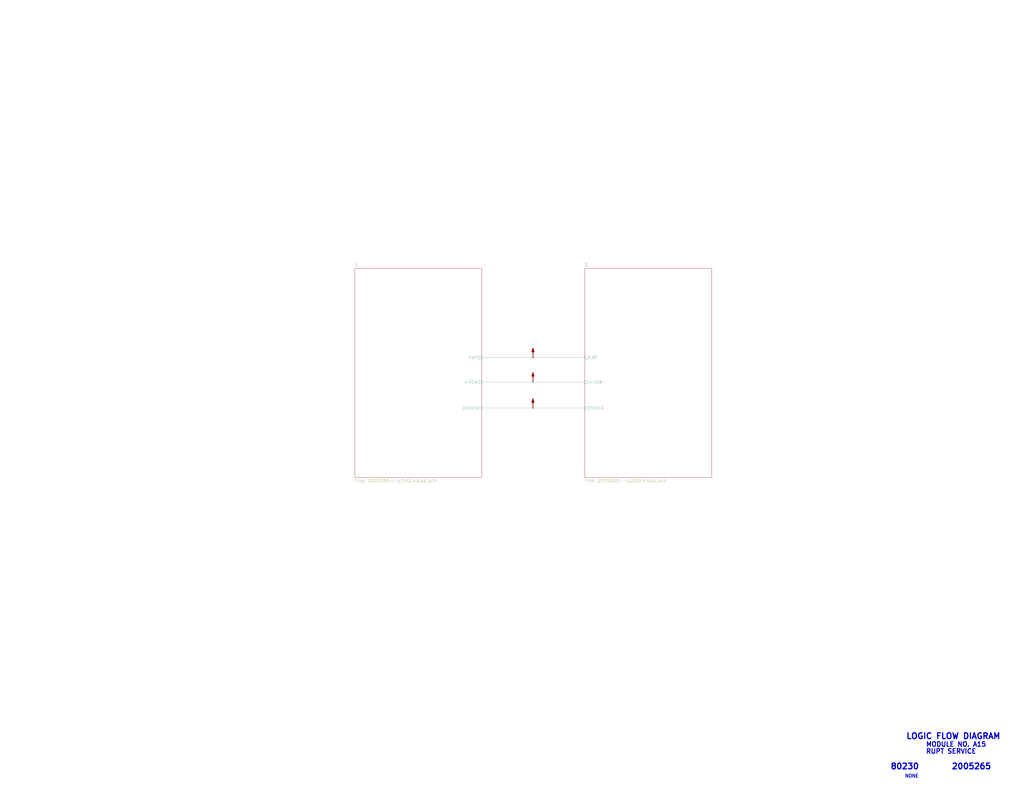
<source format=kicad_sch>
(kicad_sch (version 20211123) (generator eeschema)
  (paper "E")
  (lib_symbols
    (symbol "AGC_DSKY:PWR_FLAG" (power) (pin_numbers hide) (pin_names (offset 0) hide)
      (symbol "PWR_FLAG_0_0"
        (pin power_out line (at 0 0 90) (length 0) (name "pwr") (number "1"))
      )
      (symbol "PWR_FLAG_0_1"
        (polyline (pts (xy 0 0) (xy 0 10.16)) (stroke (width 0.762)))
        (polyline (pts (xy 0 10.16) (xy -1.27 6.35) (xy 1.27 6.35) (xy 0 10.16)) (stroke (width 0.762)) (fill (type outline)))
      )
    )
  )
  (junction (at 581.66 445.77))
  (junction (at 581.66 390.525))
  (junction (at 581.66 417.195))
  (wire (pts (xy 581.66 390.525) (xy 638.175 390.525)))
  (wire (pts (xy 581.66 445.77) (xy 638.175 445.77)))
  (wire (pts (xy 525.78 390.525) (xy 581.66 390.525)))
  (wire (pts (xy 525.78 417.195) (xy 581.66 417.195)))
  (wire (pts (xy 525.78 445.77) (xy 581.66 445.77)))
  (wire (pts (xy 581.66 417.195) (xy 638.175 417.195)))
  (text "2005265" (at 1038.225 840.74 0) (effects (font (size 6.35 6.35) (thickness 1.27) bold) (justify left bottom)))
  (text "MODULE NO. A15" (at 1010.285 815.975 0) (effects (font (size 5.08 5.08) (thickness 1.016) bold) (justify left bottom)))
  (text "NONE" (at 987.425 849.63 0) (effects (font (size 3.556 3.556) (thickness 0.7112) bold) (justify left bottom)))
  (text "LOGIC FLOW DIAGRAM" (at 988.695 807.72 0) (effects (font (size 6.35 6.35) (thickness 1.27) bold) (justify left bottom)))
  (text "80230" (at 971.55 840.74 0) (effects (font (size 6.35 6.35) (thickness 1.27) bold) (justify left bottom)))
  (text "RUPT SERVICE" (at 1010.285 823.595 0) (effects (font (size 5.08 5.08) (thickness 1.016) bold) (justify left bottom)))
  (symbol (lib_id "AGC_DSKY:PWR_FLAG") (at 581.66 445.77 0) (unit 1)
    (property "Reference" "#FLG0103" (effects hide))
    (property "Value" "PWR_FLAG" (effects hide))
  )
  (symbol (lib_id "AGC_DSKY:PWR_FLAG") (at 581.66 417.195 0) (unit 1)
    (property "Reference" "#FLG0102" (effects hide))
    (property "Value" "PWR_FLAG" (effects hide))
  )
  (symbol (lib_id "AGC_DSKY:PWR_FLAG") (at 581.66 390.525 0) (unit 1)
    (property "Reference" "#FLG0101" (effects hide))
    (property "Value" "PWR_FLAG" (effects hide))
  )
  (sheet (at 387.35 293.37) (size 138.43 227.965)
    (property "Sheet name" "1" (at 387.35 291.5154 0) (effects (font (size 3.556 3.556)) (justify left bottom)))
    (property "Sheet file" "2005265--p1of2.kicad_sch" (at 387.35 522.834 0) (effects (font (size 3.556 3.556)) (justify left top)))
    (pin "0VDCA" passive (at 525.78 445.77 0) (effects (font (size 3.556 3.556))))
    (pin "+4SW" passive (at 525.78 417.195 0) (effects (font (size 3.556 3.556))))
    (pin "FAP" passive (at 525.78 390.525 0) (effects (font (size 3.556 3.556))))
  )
  (sheet (at 638.175 293.37) (size 138.43 227.965)
    (property "Sheet name" "2" (at 638.175 291.5154 0) (effects (font (size 3.556 3.556)) (justify left bottom)))
    (property "Sheet file" "2005265--p2of2.kicad_sch" (at 638.175 522.834 0) (effects (font (size 3.556 3.556)) (justify left top)))
    (pin "0VDCA" passive (at 638.175 445.77 180) (effects (font (size 3.556 3.556))))
    (pin "+4SW" passive (at 638.175 417.195 180) (effects (font (size 3.556 3.556))))
    (pin "FAP" passive (at 638.175 390.525 180) (effects (font (size 3.556 3.556))))
  )
)
</source>
